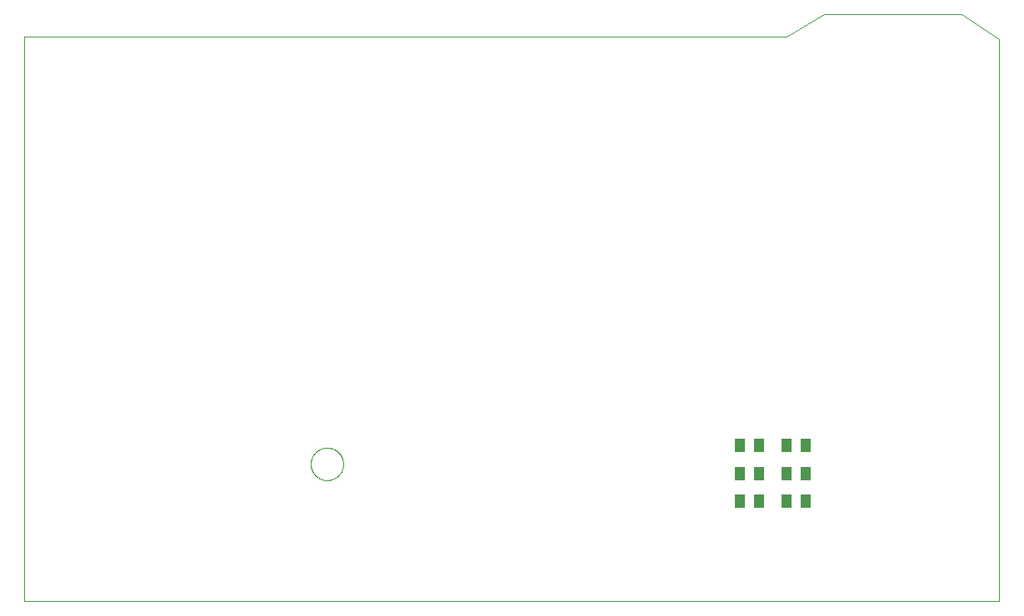
<source format=gtp>
G75*
%MOIN*%
%OFA0B0*%
%FSLAX25Y25*%
%IPPOS*%
%LPD*%
%AMOC8*
5,1,8,0,0,1.08239X$1,22.5*
%
%ADD10C,0.00000*%
%ADD11C,0.00100*%
%ADD12R,0.04331X0.05512*%
D10*
X0045000Y0005000D02*
X0434951Y0005000D01*
X0434951Y0229961D01*
X0159500Y0060000D02*
X0159502Y0060161D01*
X0159508Y0060321D01*
X0159518Y0060482D01*
X0159532Y0060642D01*
X0159550Y0060802D01*
X0159571Y0060961D01*
X0159597Y0061120D01*
X0159627Y0061278D01*
X0159660Y0061435D01*
X0159698Y0061592D01*
X0159739Y0061747D01*
X0159784Y0061901D01*
X0159833Y0062054D01*
X0159886Y0062206D01*
X0159942Y0062357D01*
X0160003Y0062506D01*
X0160066Y0062654D01*
X0160134Y0062800D01*
X0160205Y0062944D01*
X0160279Y0063086D01*
X0160357Y0063227D01*
X0160439Y0063365D01*
X0160524Y0063502D01*
X0160612Y0063636D01*
X0160704Y0063768D01*
X0160799Y0063898D01*
X0160897Y0064026D01*
X0160998Y0064151D01*
X0161102Y0064273D01*
X0161209Y0064393D01*
X0161319Y0064510D01*
X0161432Y0064625D01*
X0161548Y0064736D01*
X0161667Y0064845D01*
X0161788Y0064950D01*
X0161912Y0065053D01*
X0162038Y0065153D01*
X0162166Y0065249D01*
X0162297Y0065342D01*
X0162431Y0065432D01*
X0162566Y0065519D01*
X0162704Y0065602D01*
X0162843Y0065682D01*
X0162985Y0065758D01*
X0163128Y0065831D01*
X0163273Y0065900D01*
X0163420Y0065966D01*
X0163568Y0066028D01*
X0163718Y0066086D01*
X0163869Y0066141D01*
X0164022Y0066192D01*
X0164176Y0066239D01*
X0164331Y0066282D01*
X0164487Y0066321D01*
X0164643Y0066357D01*
X0164801Y0066388D01*
X0164959Y0066416D01*
X0165118Y0066440D01*
X0165278Y0066460D01*
X0165438Y0066476D01*
X0165598Y0066488D01*
X0165759Y0066496D01*
X0165920Y0066500D01*
X0166080Y0066500D01*
X0166241Y0066496D01*
X0166402Y0066488D01*
X0166562Y0066476D01*
X0166722Y0066460D01*
X0166882Y0066440D01*
X0167041Y0066416D01*
X0167199Y0066388D01*
X0167357Y0066357D01*
X0167513Y0066321D01*
X0167669Y0066282D01*
X0167824Y0066239D01*
X0167978Y0066192D01*
X0168131Y0066141D01*
X0168282Y0066086D01*
X0168432Y0066028D01*
X0168580Y0065966D01*
X0168727Y0065900D01*
X0168872Y0065831D01*
X0169015Y0065758D01*
X0169157Y0065682D01*
X0169296Y0065602D01*
X0169434Y0065519D01*
X0169569Y0065432D01*
X0169703Y0065342D01*
X0169834Y0065249D01*
X0169962Y0065153D01*
X0170088Y0065053D01*
X0170212Y0064950D01*
X0170333Y0064845D01*
X0170452Y0064736D01*
X0170568Y0064625D01*
X0170681Y0064510D01*
X0170791Y0064393D01*
X0170898Y0064273D01*
X0171002Y0064151D01*
X0171103Y0064026D01*
X0171201Y0063898D01*
X0171296Y0063768D01*
X0171388Y0063636D01*
X0171476Y0063502D01*
X0171561Y0063365D01*
X0171643Y0063227D01*
X0171721Y0063086D01*
X0171795Y0062944D01*
X0171866Y0062800D01*
X0171934Y0062654D01*
X0171997Y0062506D01*
X0172058Y0062357D01*
X0172114Y0062206D01*
X0172167Y0062054D01*
X0172216Y0061901D01*
X0172261Y0061747D01*
X0172302Y0061592D01*
X0172340Y0061435D01*
X0172373Y0061278D01*
X0172403Y0061120D01*
X0172429Y0060961D01*
X0172450Y0060802D01*
X0172468Y0060642D01*
X0172482Y0060482D01*
X0172492Y0060321D01*
X0172498Y0060161D01*
X0172500Y0060000D01*
X0172498Y0059839D01*
X0172492Y0059679D01*
X0172482Y0059518D01*
X0172468Y0059358D01*
X0172450Y0059198D01*
X0172429Y0059039D01*
X0172403Y0058880D01*
X0172373Y0058722D01*
X0172340Y0058565D01*
X0172302Y0058408D01*
X0172261Y0058253D01*
X0172216Y0058099D01*
X0172167Y0057946D01*
X0172114Y0057794D01*
X0172058Y0057643D01*
X0171997Y0057494D01*
X0171934Y0057346D01*
X0171866Y0057200D01*
X0171795Y0057056D01*
X0171721Y0056914D01*
X0171643Y0056773D01*
X0171561Y0056635D01*
X0171476Y0056498D01*
X0171388Y0056364D01*
X0171296Y0056232D01*
X0171201Y0056102D01*
X0171103Y0055974D01*
X0171002Y0055849D01*
X0170898Y0055727D01*
X0170791Y0055607D01*
X0170681Y0055490D01*
X0170568Y0055375D01*
X0170452Y0055264D01*
X0170333Y0055155D01*
X0170212Y0055050D01*
X0170088Y0054947D01*
X0169962Y0054847D01*
X0169834Y0054751D01*
X0169703Y0054658D01*
X0169569Y0054568D01*
X0169434Y0054481D01*
X0169296Y0054398D01*
X0169157Y0054318D01*
X0169015Y0054242D01*
X0168872Y0054169D01*
X0168727Y0054100D01*
X0168580Y0054034D01*
X0168432Y0053972D01*
X0168282Y0053914D01*
X0168131Y0053859D01*
X0167978Y0053808D01*
X0167824Y0053761D01*
X0167669Y0053718D01*
X0167513Y0053679D01*
X0167357Y0053643D01*
X0167199Y0053612D01*
X0167041Y0053584D01*
X0166882Y0053560D01*
X0166722Y0053540D01*
X0166562Y0053524D01*
X0166402Y0053512D01*
X0166241Y0053504D01*
X0166080Y0053500D01*
X0165920Y0053500D01*
X0165759Y0053504D01*
X0165598Y0053512D01*
X0165438Y0053524D01*
X0165278Y0053540D01*
X0165118Y0053560D01*
X0164959Y0053584D01*
X0164801Y0053612D01*
X0164643Y0053643D01*
X0164487Y0053679D01*
X0164331Y0053718D01*
X0164176Y0053761D01*
X0164022Y0053808D01*
X0163869Y0053859D01*
X0163718Y0053914D01*
X0163568Y0053972D01*
X0163420Y0054034D01*
X0163273Y0054100D01*
X0163128Y0054169D01*
X0162985Y0054242D01*
X0162843Y0054318D01*
X0162704Y0054398D01*
X0162566Y0054481D01*
X0162431Y0054568D01*
X0162297Y0054658D01*
X0162166Y0054751D01*
X0162038Y0054847D01*
X0161912Y0054947D01*
X0161788Y0055050D01*
X0161667Y0055155D01*
X0161548Y0055264D01*
X0161432Y0055375D01*
X0161319Y0055490D01*
X0161209Y0055607D01*
X0161102Y0055727D01*
X0160998Y0055849D01*
X0160897Y0055974D01*
X0160799Y0056102D01*
X0160704Y0056232D01*
X0160612Y0056364D01*
X0160524Y0056498D01*
X0160439Y0056635D01*
X0160357Y0056773D01*
X0160279Y0056914D01*
X0160205Y0057056D01*
X0160134Y0057200D01*
X0160066Y0057346D01*
X0160003Y0057494D01*
X0159942Y0057643D01*
X0159886Y0057794D01*
X0159833Y0057946D01*
X0159784Y0058099D01*
X0159739Y0058253D01*
X0159698Y0058408D01*
X0159660Y0058565D01*
X0159627Y0058722D01*
X0159597Y0058880D01*
X0159571Y0059039D01*
X0159550Y0059198D01*
X0159532Y0059358D01*
X0159518Y0059518D01*
X0159508Y0059679D01*
X0159502Y0059839D01*
X0159500Y0060000D01*
X0045000Y0005000D02*
X0045000Y0229961D01*
D11*
X0045000Y0230000D02*
X0045000Y0231250D01*
X0350000Y0231250D01*
X0365000Y0240000D01*
X0420000Y0240000D01*
X0435000Y0230000D01*
D12*
X0357687Y0067500D03*
X0349813Y0067500D03*
X0338937Y0067500D03*
X0331063Y0067500D03*
X0331063Y0056250D03*
X0338937Y0056250D03*
X0349813Y0056250D03*
X0357687Y0056250D03*
X0357687Y0045000D03*
X0349813Y0045000D03*
X0338937Y0045000D03*
X0331063Y0045000D03*
M02*

</source>
